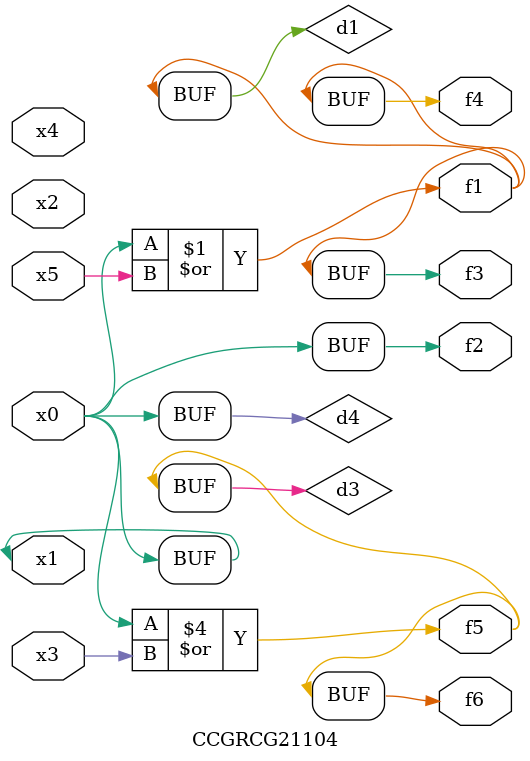
<source format=v>
module CCGRCG21104(
	input x0, x1, x2, x3, x4, x5,
	output f1, f2, f3, f4, f5, f6
);

	wire d1, d2, d3, d4;

	or (d1, x0, x5);
	xnor (d2, x1, x4);
	or (d3, x0, x3);
	buf (d4, x0, x1);
	assign f1 = d1;
	assign f2 = d4;
	assign f3 = d1;
	assign f4 = d1;
	assign f5 = d3;
	assign f6 = d3;
endmodule

</source>
